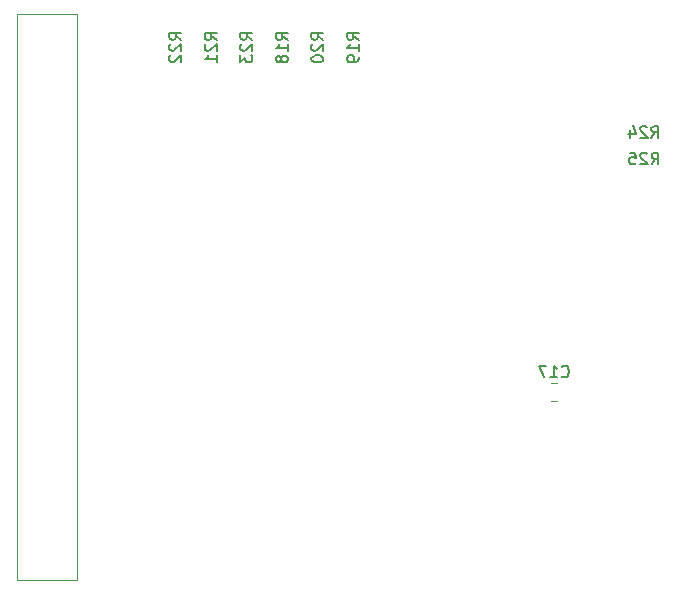
<source format=gbr>
%TF.GenerationSoftware,KiCad,Pcbnew,9.0.0*%
%TF.CreationDate,2025-07-11T04:59:07+08:00*%
%TF.ProjectId,tsal_g_v4.zip,7473616c-5f67-45f7-9634-2e7a69702e6b,rev?*%
%TF.SameCoordinates,Original*%
%TF.FileFunction,Legend,Bot*%
%TF.FilePolarity,Positive*%
%FSLAX46Y46*%
G04 Gerber Fmt 4.6, Leading zero omitted, Abs format (unit mm)*
G04 Created by KiCad (PCBNEW 9.0.0) date 2025-07-11 04:59:07*
%MOMM*%
%LPD*%
G01*
G04 APERTURE LIST*
%ADD10C,0.100000*%
%ADD11C,0.150000*%
%ADD12C,0.120000*%
G04 APERTURE END LIST*
D10*
X105500000Y-53550000D02*
X110617500Y-53550000D01*
X110617500Y-101450000D01*
X105500000Y-101450000D01*
X105500000Y-53550000D01*
D11*
X159250357Y-66239422D02*
X159583690Y-65763231D01*
X159821785Y-66239422D02*
X159821785Y-65239422D01*
X159821785Y-65239422D02*
X159440833Y-65239422D01*
X159440833Y-65239422D02*
X159345595Y-65287041D01*
X159345595Y-65287041D02*
X159297976Y-65334660D01*
X159297976Y-65334660D02*
X159250357Y-65429898D01*
X159250357Y-65429898D02*
X159250357Y-65572755D01*
X159250357Y-65572755D02*
X159297976Y-65667993D01*
X159297976Y-65667993D02*
X159345595Y-65715612D01*
X159345595Y-65715612D02*
X159440833Y-65763231D01*
X159440833Y-65763231D02*
X159821785Y-65763231D01*
X158869404Y-65334660D02*
X158821785Y-65287041D01*
X158821785Y-65287041D02*
X158726547Y-65239422D01*
X158726547Y-65239422D02*
X158488452Y-65239422D01*
X158488452Y-65239422D02*
X158393214Y-65287041D01*
X158393214Y-65287041D02*
X158345595Y-65334660D01*
X158345595Y-65334660D02*
X158297976Y-65429898D01*
X158297976Y-65429898D02*
X158297976Y-65525136D01*
X158297976Y-65525136D02*
X158345595Y-65667993D01*
X158345595Y-65667993D02*
X158917023Y-66239422D01*
X158917023Y-66239422D02*
X158297976Y-66239422D01*
X157393214Y-65239422D02*
X157869404Y-65239422D01*
X157869404Y-65239422D02*
X157917023Y-65715612D01*
X157917023Y-65715612D02*
X157869404Y-65667993D01*
X157869404Y-65667993D02*
X157774166Y-65620374D01*
X157774166Y-65620374D02*
X157536071Y-65620374D01*
X157536071Y-65620374D02*
X157440833Y-65667993D01*
X157440833Y-65667993D02*
X157393214Y-65715612D01*
X157393214Y-65715612D02*
X157345595Y-65810850D01*
X157345595Y-65810850D02*
X157345595Y-66048945D01*
X157345595Y-66048945D02*
X157393214Y-66144183D01*
X157393214Y-66144183D02*
X157440833Y-66191803D01*
X157440833Y-66191803D02*
X157536071Y-66239422D01*
X157536071Y-66239422D02*
X157774166Y-66239422D01*
X157774166Y-66239422D02*
X157869404Y-66191803D01*
X157869404Y-66191803D02*
X157917023Y-66144183D01*
X119432585Y-55685659D02*
X118956394Y-55352326D01*
X119432585Y-55114231D02*
X118432585Y-55114231D01*
X118432585Y-55114231D02*
X118432585Y-55495183D01*
X118432585Y-55495183D02*
X118480204Y-55590421D01*
X118480204Y-55590421D02*
X118527823Y-55638040D01*
X118527823Y-55638040D02*
X118623061Y-55685659D01*
X118623061Y-55685659D02*
X118765918Y-55685659D01*
X118765918Y-55685659D02*
X118861156Y-55638040D01*
X118861156Y-55638040D02*
X118908775Y-55590421D01*
X118908775Y-55590421D02*
X118956394Y-55495183D01*
X118956394Y-55495183D02*
X118956394Y-55114231D01*
X118527823Y-56066612D02*
X118480204Y-56114231D01*
X118480204Y-56114231D02*
X118432585Y-56209469D01*
X118432585Y-56209469D02*
X118432585Y-56447564D01*
X118432585Y-56447564D02*
X118480204Y-56542802D01*
X118480204Y-56542802D02*
X118527823Y-56590421D01*
X118527823Y-56590421D02*
X118623061Y-56638040D01*
X118623061Y-56638040D02*
X118718299Y-56638040D01*
X118718299Y-56638040D02*
X118861156Y-56590421D01*
X118861156Y-56590421D02*
X119432585Y-56018993D01*
X119432585Y-56018993D02*
X119432585Y-56638040D01*
X118527823Y-57018993D02*
X118480204Y-57066612D01*
X118480204Y-57066612D02*
X118432585Y-57161850D01*
X118432585Y-57161850D02*
X118432585Y-57399945D01*
X118432585Y-57399945D02*
X118480204Y-57495183D01*
X118480204Y-57495183D02*
X118527823Y-57542802D01*
X118527823Y-57542802D02*
X118623061Y-57590421D01*
X118623061Y-57590421D02*
X118718299Y-57590421D01*
X118718299Y-57590421D02*
X118861156Y-57542802D01*
X118861156Y-57542802D02*
X119432585Y-56971374D01*
X119432585Y-56971374D02*
X119432585Y-57590421D01*
X128454819Y-55707142D02*
X127978628Y-55373809D01*
X128454819Y-55135714D02*
X127454819Y-55135714D01*
X127454819Y-55135714D02*
X127454819Y-55516666D01*
X127454819Y-55516666D02*
X127502438Y-55611904D01*
X127502438Y-55611904D02*
X127550057Y-55659523D01*
X127550057Y-55659523D02*
X127645295Y-55707142D01*
X127645295Y-55707142D02*
X127788152Y-55707142D01*
X127788152Y-55707142D02*
X127883390Y-55659523D01*
X127883390Y-55659523D02*
X127931009Y-55611904D01*
X127931009Y-55611904D02*
X127978628Y-55516666D01*
X127978628Y-55516666D02*
X127978628Y-55135714D01*
X128454819Y-56659523D02*
X128454819Y-56088095D01*
X128454819Y-56373809D02*
X127454819Y-56373809D01*
X127454819Y-56373809D02*
X127597676Y-56278571D01*
X127597676Y-56278571D02*
X127692914Y-56183333D01*
X127692914Y-56183333D02*
X127740533Y-56088095D01*
X127883390Y-57230952D02*
X127835771Y-57135714D01*
X127835771Y-57135714D02*
X127788152Y-57088095D01*
X127788152Y-57088095D02*
X127692914Y-57040476D01*
X127692914Y-57040476D02*
X127645295Y-57040476D01*
X127645295Y-57040476D02*
X127550057Y-57088095D01*
X127550057Y-57088095D02*
X127502438Y-57135714D01*
X127502438Y-57135714D02*
X127454819Y-57230952D01*
X127454819Y-57230952D02*
X127454819Y-57421428D01*
X127454819Y-57421428D02*
X127502438Y-57516666D01*
X127502438Y-57516666D02*
X127550057Y-57564285D01*
X127550057Y-57564285D02*
X127645295Y-57611904D01*
X127645295Y-57611904D02*
X127692914Y-57611904D01*
X127692914Y-57611904D02*
X127788152Y-57564285D01*
X127788152Y-57564285D02*
X127835771Y-57516666D01*
X127835771Y-57516666D02*
X127883390Y-57421428D01*
X127883390Y-57421428D02*
X127883390Y-57230952D01*
X127883390Y-57230952D02*
X127931009Y-57135714D01*
X127931009Y-57135714D02*
X127978628Y-57088095D01*
X127978628Y-57088095D02*
X128073866Y-57040476D01*
X128073866Y-57040476D02*
X128264342Y-57040476D01*
X128264342Y-57040476D02*
X128359580Y-57088095D01*
X128359580Y-57088095D02*
X128407200Y-57135714D01*
X128407200Y-57135714D02*
X128454819Y-57230952D01*
X128454819Y-57230952D02*
X128454819Y-57421428D01*
X128454819Y-57421428D02*
X128407200Y-57516666D01*
X128407200Y-57516666D02*
X128359580Y-57564285D01*
X128359580Y-57564285D02*
X128264342Y-57611904D01*
X128264342Y-57611904D02*
X128073866Y-57611904D01*
X128073866Y-57611904D02*
X127978628Y-57564285D01*
X127978628Y-57564285D02*
X127931009Y-57516666D01*
X127931009Y-57516666D02*
X127883390Y-57421428D01*
X122439295Y-55685659D02*
X121963104Y-55352326D01*
X122439295Y-55114231D02*
X121439295Y-55114231D01*
X121439295Y-55114231D02*
X121439295Y-55495183D01*
X121439295Y-55495183D02*
X121486914Y-55590421D01*
X121486914Y-55590421D02*
X121534533Y-55638040D01*
X121534533Y-55638040D02*
X121629771Y-55685659D01*
X121629771Y-55685659D02*
X121772628Y-55685659D01*
X121772628Y-55685659D02*
X121867866Y-55638040D01*
X121867866Y-55638040D02*
X121915485Y-55590421D01*
X121915485Y-55590421D02*
X121963104Y-55495183D01*
X121963104Y-55495183D02*
X121963104Y-55114231D01*
X121534533Y-56066612D02*
X121486914Y-56114231D01*
X121486914Y-56114231D02*
X121439295Y-56209469D01*
X121439295Y-56209469D02*
X121439295Y-56447564D01*
X121439295Y-56447564D02*
X121486914Y-56542802D01*
X121486914Y-56542802D02*
X121534533Y-56590421D01*
X121534533Y-56590421D02*
X121629771Y-56638040D01*
X121629771Y-56638040D02*
X121725009Y-56638040D01*
X121725009Y-56638040D02*
X121867866Y-56590421D01*
X121867866Y-56590421D02*
X122439295Y-56018993D01*
X122439295Y-56018993D02*
X122439295Y-56638040D01*
X122439295Y-57590421D02*
X122439295Y-57018993D01*
X122439295Y-57304707D02*
X121439295Y-57304707D01*
X121439295Y-57304707D02*
X121582152Y-57209469D01*
X121582152Y-57209469D02*
X121677390Y-57114231D01*
X121677390Y-57114231D02*
X121725009Y-57018993D01*
X125446005Y-55685659D02*
X124969814Y-55352326D01*
X125446005Y-55114231D02*
X124446005Y-55114231D01*
X124446005Y-55114231D02*
X124446005Y-55495183D01*
X124446005Y-55495183D02*
X124493624Y-55590421D01*
X124493624Y-55590421D02*
X124541243Y-55638040D01*
X124541243Y-55638040D02*
X124636481Y-55685659D01*
X124636481Y-55685659D02*
X124779338Y-55685659D01*
X124779338Y-55685659D02*
X124874576Y-55638040D01*
X124874576Y-55638040D02*
X124922195Y-55590421D01*
X124922195Y-55590421D02*
X124969814Y-55495183D01*
X124969814Y-55495183D02*
X124969814Y-55114231D01*
X124541243Y-56066612D02*
X124493624Y-56114231D01*
X124493624Y-56114231D02*
X124446005Y-56209469D01*
X124446005Y-56209469D02*
X124446005Y-56447564D01*
X124446005Y-56447564D02*
X124493624Y-56542802D01*
X124493624Y-56542802D02*
X124541243Y-56590421D01*
X124541243Y-56590421D02*
X124636481Y-56638040D01*
X124636481Y-56638040D02*
X124731719Y-56638040D01*
X124731719Y-56638040D02*
X124874576Y-56590421D01*
X124874576Y-56590421D02*
X125446005Y-56018993D01*
X125446005Y-56018993D02*
X125446005Y-56638040D01*
X124446005Y-56971374D02*
X124446005Y-57590421D01*
X124446005Y-57590421D02*
X124826957Y-57257088D01*
X124826957Y-57257088D02*
X124826957Y-57399945D01*
X124826957Y-57399945D02*
X124874576Y-57495183D01*
X124874576Y-57495183D02*
X124922195Y-57542802D01*
X124922195Y-57542802D02*
X125017433Y-57590421D01*
X125017433Y-57590421D02*
X125255528Y-57590421D01*
X125255528Y-57590421D02*
X125350766Y-57542802D01*
X125350766Y-57542802D02*
X125398386Y-57495183D01*
X125398386Y-57495183D02*
X125446005Y-57399945D01*
X125446005Y-57399945D02*
X125446005Y-57114231D01*
X125446005Y-57114231D02*
X125398386Y-57018993D01*
X125398386Y-57018993D02*
X125350766Y-56971374D01*
X134466136Y-55685659D02*
X133989945Y-55352326D01*
X134466136Y-55114231D02*
X133466136Y-55114231D01*
X133466136Y-55114231D02*
X133466136Y-55495183D01*
X133466136Y-55495183D02*
X133513755Y-55590421D01*
X133513755Y-55590421D02*
X133561374Y-55638040D01*
X133561374Y-55638040D02*
X133656612Y-55685659D01*
X133656612Y-55685659D02*
X133799469Y-55685659D01*
X133799469Y-55685659D02*
X133894707Y-55638040D01*
X133894707Y-55638040D02*
X133942326Y-55590421D01*
X133942326Y-55590421D02*
X133989945Y-55495183D01*
X133989945Y-55495183D02*
X133989945Y-55114231D01*
X134466136Y-56638040D02*
X134466136Y-56066612D01*
X134466136Y-56352326D02*
X133466136Y-56352326D01*
X133466136Y-56352326D02*
X133608993Y-56257088D01*
X133608993Y-56257088D02*
X133704231Y-56161850D01*
X133704231Y-56161850D02*
X133751850Y-56066612D01*
X134466136Y-57114231D02*
X134466136Y-57304707D01*
X134466136Y-57304707D02*
X134418517Y-57399945D01*
X134418517Y-57399945D02*
X134370897Y-57447564D01*
X134370897Y-57447564D02*
X134228040Y-57542802D01*
X134228040Y-57542802D02*
X134037564Y-57590421D01*
X134037564Y-57590421D02*
X133656612Y-57590421D01*
X133656612Y-57590421D02*
X133561374Y-57542802D01*
X133561374Y-57542802D02*
X133513755Y-57495183D01*
X133513755Y-57495183D02*
X133466136Y-57399945D01*
X133466136Y-57399945D02*
X133466136Y-57209469D01*
X133466136Y-57209469D02*
X133513755Y-57114231D01*
X133513755Y-57114231D02*
X133561374Y-57066612D01*
X133561374Y-57066612D02*
X133656612Y-57018993D01*
X133656612Y-57018993D02*
X133894707Y-57018993D01*
X133894707Y-57018993D02*
X133989945Y-57066612D01*
X133989945Y-57066612D02*
X134037564Y-57114231D01*
X134037564Y-57114231D02*
X134085183Y-57209469D01*
X134085183Y-57209469D02*
X134085183Y-57399945D01*
X134085183Y-57399945D02*
X134037564Y-57495183D01*
X134037564Y-57495183D02*
X133989945Y-57542802D01*
X133989945Y-57542802D02*
X133894707Y-57590421D01*
X131459426Y-55685659D02*
X130983235Y-55352326D01*
X131459426Y-55114231D02*
X130459426Y-55114231D01*
X130459426Y-55114231D02*
X130459426Y-55495183D01*
X130459426Y-55495183D02*
X130507045Y-55590421D01*
X130507045Y-55590421D02*
X130554664Y-55638040D01*
X130554664Y-55638040D02*
X130649902Y-55685659D01*
X130649902Y-55685659D02*
X130792759Y-55685659D01*
X130792759Y-55685659D02*
X130887997Y-55638040D01*
X130887997Y-55638040D02*
X130935616Y-55590421D01*
X130935616Y-55590421D02*
X130983235Y-55495183D01*
X130983235Y-55495183D02*
X130983235Y-55114231D01*
X130554664Y-56066612D02*
X130507045Y-56114231D01*
X130507045Y-56114231D02*
X130459426Y-56209469D01*
X130459426Y-56209469D02*
X130459426Y-56447564D01*
X130459426Y-56447564D02*
X130507045Y-56542802D01*
X130507045Y-56542802D02*
X130554664Y-56590421D01*
X130554664Y-56590421D02*
X130649902Y-56638040D01*
X130649902Y-56638040D02*
X130745140Y-56638040D01*
X130745140Y-56638040D02*
X130887997Y-56590421D01*
X130887997Y-56590421D02*
X131459426Y-56018993D01*
X131459426Y-56018993D02*
X131459426Y-56638040D01*
X130459426Y-57257088D02*
X130459426Y-57352326D01*
X130459426Y-57352326D02*
X130507045Y-57447564D01*
X130507045Y-57447564D02*
X130554664Y-57495183D01*
X130554664Y-57495183D02*
X130649902Y-57542802D01*
X130649902Y-57542802D02*
X130840378Y-57590421D01*
X130840378Y-57590421D02*
X131078473Y-57590421D01*
X131078473Y-57590421D02*
X131268949Y-57542802D01*
X131268949Y-57542802D02*
X131364187Y-57495183D01*
X131364187Y-57495183D02*
X131411807Y-57447564D01*
X131411807Y-57447564D02*
X131459426Y-57352326D01*
X131459426Y-57352326D02*
X131459426Y-57257088D01*
X131459426Y-57257088D02*
X131411807Y-57161850D01*
X131411807Y-57161850D02*
X131364187Y-57114231D01*
X131364187Y-57114231D02*
X131268949Y-57066612D01*
X131268949Y-57066612D02*
X131078473Y-57018993D01*
X131078473Y-57018993D02*
X130840378Y-57018993D01*
X130840378Y-57018993D02*
X130649902Y-57066612D01*
X130649902Y-57066612D02*
X130554664Y-57114231D01*
X130554664Y-57114231D02*
X130507045Y-57161850D01*
X130507045Y-57161850D02*
X130459426Y-57257088D01*
X159245357Y-63987319D02*
X159578690Y-63511128D01*
X159816785Y-63987319D02*
X159816785Y-62987319D01*
X159816785Y-62987319D02*
X159435833Y-62987319D01*
X159435833Y-62987319D02*
X159340595Y-63034938D01*
X159340595Y-63034938D02*
X159292976Y-63082557D01*
X159292976Y-63082557D02*
X159245357Y-63177795D01*
X159245357Y-63177795D02*
X159245357Y-63320652D01*
X159245357Y-63320652D02*
X159292976Y-63415890D01*
X159292976Y-63415890D02*
X159340595Y-63463509D01*
X159340595Y-63463509D02*
X159435833Y-63511128D01*
X159435833Y-63511128D02*
X159816785Y-63511128D01*
X158864404Y-63082557D02*
X158816785Y-63034938D01*
X158816785Y-63034938D02*
X158721547Y-62987319D01*
X158721547Y-62987319D02*
X158483452Y-62987319D01*
X158483452Y-62987319D02*
X158388214Y-63034938D01*
X158388214Y-63034938D02*
X158340595Y-63082557D01*
X158340595Y-63082557D02*
X158292976Y-63177795D01*
X158292976Y-63177795D02*
X158292976Y-63273033D01*
X158292976Y-63273033D02*
X158340595Y-63415890D01*
X158340595Y-63415890D02*
X158912023Y-63987319D01*
X158912023Y-63987319D02*
X158292976Y-63987319D01*
X157435833Y-63320652D02*
X157435833Y-63987319D01*
X157673928Y-62939700D02*
X157912023Y-63653985D01*
X157912023Y-63653985D02*
X157292976Y-63653985D01*
X151642857Y-84179580D02*
X151690476Y-84227200D01*
X151690476Y-84227200D02*
X151833333Y-84274819D01*
X151833333Y-84274819D02*
X151928571Y-84274819D01*
X151928571Y-84274819D02*
X152071428Y-84227200D01*
X152071428Y-84227200D02*
X152166666Y-84131961D01*
X152166666Y-84131961D02*
X152214285Y-84036723D01*
X152214285Y-84036723D02*
X152261904Y-83846247D01*
X152261904Y-83846247D02*
X152261904Y-83703390D01*
X152261904Y-83703390D02*
X152214285Y-83512914D01*
X152214285Y-83512914D02*
X152166666Y-83417676D01*
X152166666Y-83417676D02*
X152071428Y-83322438D01*
X152071428Y-83322438D02*
X151928571Y-83274819D01*
X151928571Y-83274819D02*
X151833333Y-83274819D01*
X151833333Y-83274819D02*
X151690476Y-83322438D01*
X151690476Y-83322438D02*
X151642857Y-83370057D01*
X150690476Y-84274819D02*
X151261904Y-84274819D01*
X150976190Y-84274819D02*
X150976190Y-83274819D01*
X150976190Y-83274819D02*
X151071428Y-83417676D01*
X151071428Y-83417676D02*
X151166666Y-83512914D01*
X151166666Y-83512914D02*
X151261904Y-83560533D01*
X150357142Y-83274819D02*
X149690476Y-83274819D01*
X149690476Y-83274819D02*
X150119047Y-84274819D01*
D12*
%TO.C,C17*%
X151261252Y-84765000D02*
X150738748Y-84765000D01*
X151261252Y-86235000D02*
X150738748Y-86235000D01*
%TD*%
M02*

</source>
